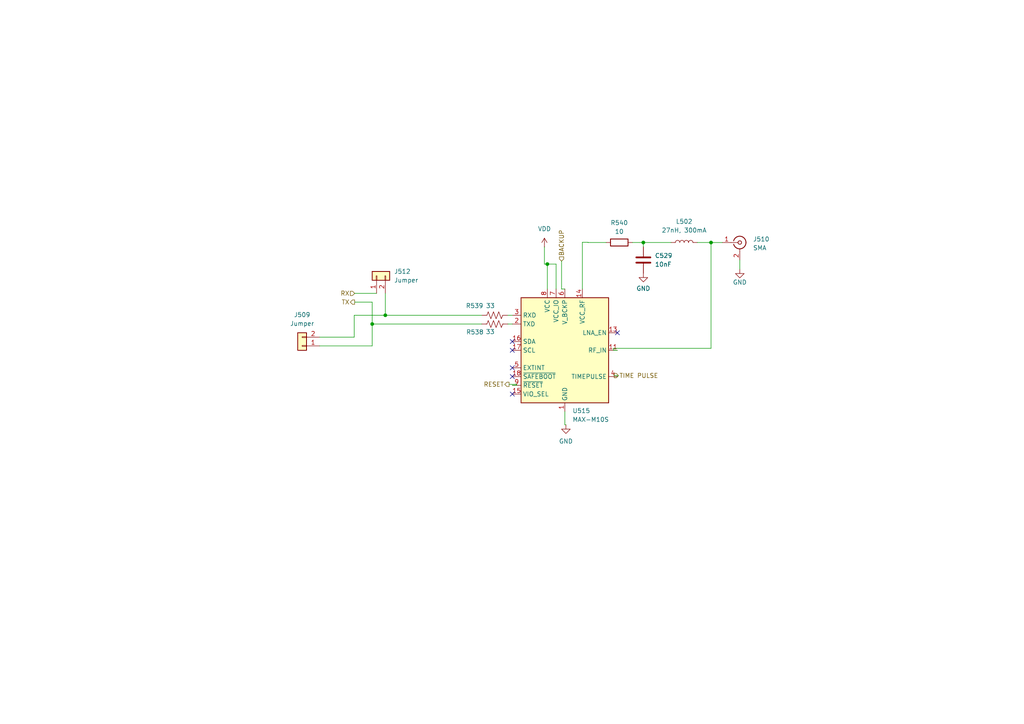
<source format=kicad_sch>
(kicad_sch (version 20231120) (generator "eeschema") (generator_version "8.0")
  (paper "A4")
  (lib_symbols
    (symbol "Connector:Conn_Coaxial" (pin_names (offset 1.016) hide)
      (property "Reference" "J" (at 0.254 3.048 0))
      (property "Value" "Conn_Coaxial" (at 2.921 0 90))
      (symbol "Conn_Coaxial_0_1"
        (arc (start -1.778 -0.508) (mid 0.2311 -1.8066) (end 1.778 0) (stroke (width 0.254)))
        (polyline (pts (xy -2.54 0) (xy -0.508 0)))
        (polyline (pts (xy 0 -2.54) (xy 0 -1.778)))
        (circle (center 0 0) (radius 0.508) (stroke (width 0.2032)))
        (arc (start 1.778 0) (mid 0.2099 1.8101) (end -1.778 0.508) (stroke (width 0.254)))
      )
      (symbol "Conn_Coaxial_1_1"
        (pin passive line (at -5.08 0 0) (length 2.54) (name "In") (number "1"))
        (pin passive line (at 0 -5.08 90) (length 2.54) (name "Ext") (number "2"))
      )
    )
    (symbol "Connector_Generic:Conn_01x02" (pin_names (offset 1.016) hide)
      (property "Reference" "J" (at 0 2.54 0))
      (property "Value" "Conn_01x02" (at 0 -5.08 0))
      (symbol "Conn_01x02_1_1"
        (rectangle (start -1.27 -2.413) (end 0 -2.667) (stroke (width 0.1524)))
        (rectangle (start -1.27 0.127) (end 0 -0.127) (stroke (width 0.1524)))
        (rectangle (start -1.27 1.27) (end 1.27 -3.81) (stroke (width 0.254)) (fill (type background)))
        (pin passive line (at -5.08 0 0) (length 3.81) (name "Pin_1") (number "1"))
        (pin passive line (at -5.08 -2.54 0) (length 3.81) (name "Pin_2") (number "2"))
      )
    )
    (symbol "Device:C" (pin_numbers hide) (pin_names (offset 0.254))
      (property "Reference" "C" (at 0.635 2.54 0))
      (property "Value" "C" (at 0.635 -2.54 0))
      (symbol "C_0_1"
        (polyline (pts (xy -2.032 -0.762) (xy 2.032 -0.762)) (stroke (width 0.508)))
        (polyline (pts (xy -2.032 0.762) (xy 2.032 0.762)) (stroke (width 0.508)))
      )
      (symbol "C_1_1"
        (pin passive line (at 0 3.81 270) (length 2.794) (name "~") (number "1"))
        (pin passive line (at 0 -3.81 90) (length 2.794) (name "~") (number "2"))
      )
    )
    (symbol "Device:L" (pin_numbers hide) (pin_names (offset 1.016) hide)
      (property "Reference" "L" (at -1.27 0 90))
      (property "Value" "L" (at 1.905 0 90))
      (symbol "L_0_1"
        (arc (start 0 -2.54) (mid 0.6323 -1.905) (end 0 -1.27))
        (arc (start 0 -1.27) (mid 0.6323 -0.635) (end 0 0))
        (arc (start 0 0) (mid 0.6323 0.635) (end 0 1.27))
        (arc (start 0 1.27) (mid 0.6323 1.905) (end 0 2.54))
      )
      (symbol "L_1_1"
        (pin passive line (at 0 3.81 270) (length 1.27) (name "1") (number "1"))
        (pin passive line (at 0 -3.81 90) (length 1.27) (name "2") (number "2"))
      )
    )
    (symbol "Device:R" (pin_numbers hide) (pin_names (offset 0))
      (property "Reference" "R" (at 2.032 0 90))
      (property "Value" "R" (at 0 0 90))
      (symbol "R_0_1"
        (rectangle (start -1.016 -2.54) (end 1.016 2.54) (stroke (width 0.254)))
      )
      (symbol "R_1_1"
        (pin passive line (at 0 3.81 270) (length 1.27) (name "~") (number "1"))
        (pin passive line (at 0 -3.81 90) (length 1.27) (name "~") (number "2"))
      )
    )
    (symbol "Device:R_US" (pin_numbers hide) (pin_names (offset 0))
      (property "Reference" "R" (at 2.54 0 90))
      (property "Value" "R_US" (at -2.54 0 90))
      (symbol "R_US_0_1"
        (polyline (pts (xy 0 -2.286) (xy 0 -2.54)))
        (polyline (pts (xy 0 2.286) (xy 0 2.54)))
        (polyline (pts (xy 0 -0.762) (xy 1.016 -1.143) (xy 0 -1.524) (xy -1.016 -1.905) (xy 0 -2.286)))
        (polyline (pts (xy 0 0.762) (xy 1.016 0.381) (xy 0 0) (xy -1.016 -0.381) (xy 0 -0.762)))
        (polyline (pts (xy 0 2.286) (xy 1.016 1.905) (xy 0 1.524) (xy -1.016 1.143) (xy 0 0.762)))
      )
      (symbol "R_US_1_1"
        (pin passive line (at 0 3.81 270) (length 1.27) (name "~") (number "1"))
        (pin passive line (at 0 -3.81 90) (length 1.27) (name "~") (number "2"))
      )
    )
    (symbol "GND_1" (power) (pin_numbers hide) (pin_names (offset 0) hide)
      (property "Value" "GND" (at 0 -3.81 0))
      (symbol "GND_1_0_1"
        (polyline (pts (xy 0 0) (xy 0 -1.27) (xy 1.27 -1.27) (xy 0 -2.54) (xy -1.27 -1.27) (xy 0 -1.27)))
      )
      (symbol "GND_1_1_1"
        (pin power_in line (at 0 0 270) (length 0) (name "~") (number "1"))
      )
    )
    (symbol "RF_GPS:MAX-M10S"
      (property "Reference" "U" (at -10.16 16.51 0))
      (property "Value" "MAX-M10S" (at 11.43 16.51 0))
      (symbol "MAX-M10S_0_1"
        (rectangle (start 12.7 15.24) (end -12.7 -15.24) (stroke (width 0.254)) (fill (type background)))
      )
      (symbol "MAX-M10S_1_1"
        (pin power_in line (at 0 -17.78 90) (length 2.54) (name "GND") (number "1"))
        (pin passive line (at 0 -17.78 90) (length 2.54) hide (name "GND") (number "10"))
        (pin input line (at 15.24 0 180) (length 2.54) (name "RF_IN") (number "11"))
        (pin passive line (at 0 -17.78 90) (length 2.54) hide (name "GND") (number "12"))
        (pin output line (at 15.24 5.08 180) (length 2.54) (name "LNA_EN") (number "13"))
        (pin power_out line (at 5.08 17.78 270) (length 2.54) (name "VCC_RF") (number "14"))
        (pin input line (at -15.24 -12.7 0) (length 2.54) (name "VIO_SEL") (number "15"))
        (pin bidirectional line (at -15.24 2.54 0) (length 2.54) (name "SDA") (number "16"))
        (pin input line (at -15.24 0 0) (length 2.54) (name "SCL") (number "17"))
        (pin input line (at -15.24 -7.62 0) (length 2.54) (name "~{SAFEBOOT}") (number "18"))
        (pin output line (at -15.24 7.62 0) (length 2.54) (name "TXD") (number "2"))
        (pin input line (at -15.24 10.16 0) (length 2.54) (name "RXD") (number "3"))
        (pin output line (at 15.24 -7.62 180) (length 2.54) (name "TIMEPULSE") (number "4"))
        (pin input line (at -15.24 -5.08 0) (length 2.54) (name "EXTINT") (number "5"))
        (pin power_in line (at 0 17.78 270) (length 2.54) (name "V_BCKP") (number "6"))
        (pin power_in line (at -2.54 17.78 270) (length 2.54) (name "VCC_IO") (number "7"))
        (pin power_in line (at -5.08 17.78 270) (length 2.54) (name "VCC") (number "8"))
        (pin input line (at -15.24 -10.16 0) (length 2.54) (name "~{RESET}") (number "9"))
      )
    )
    (symbol "power:GND" (power) (pin_names (offset 0))
      (property "Value" "GND" (at 0 -3.81 0))
      (symbol "GND_0_1"
        (polyline (pts (xy 0 0) (xy 0 -1.27) (xy 1.27 -1.27) (xy 0 -2.54) (xy -1.27 -1.27) (xy 0 -1.27)))
      )
      (symbol "GND_1_1"
        (pin power_in line (at 0 0 270) (length 0) hide (name "GND") (number "1"))
      )
    )
    (symbol "power:VDD" (power) (pin_numbers hide) (pin_names (offset 0) hide)
      (property "Value" "VDD" (at 0 3.556 0))
      (symbol "VDD_0_1"
        (polyline (pts (xy -0.762 1.27) (xy 0 2.54)))
        (polyline (pts (xy 0 0) (xy 0 2.54)))
        (polyline (pts (xy 0 2.54) (xy 0.762 1.27)))
      )
      (symbol "VDD_1_1"
        (pin power_in line (at 0 0 90) (length 0) (name "~") (number "1"))
      )
    )
  )
  (junction (at 107.95 93.98))
  (junction (at 206.2269 70.3445))
  (junction (at 186.5995 70.338))
  (junction (at 158.75 76.5958))
  (junction (at 111.76 91.44))
  (no_connect (at 148.59 101.6))
  (no_connect (at 148.59 99.06))
  (no_connect (at 179.07 96.52))
  (no_connect (at 148.59 106.68))
  (no_connect (at 148.59 109.22))
  (no_connect (at 148.59 114.3))
  (wire (pts (xy 161.29 76.5958) (xy 161.29 83.82)))
  (wire (pts (xy 206.0481 70.338) (xy 206.0481 70.3445)))
  (wire (pts (xy 102.87 85.09) (xy 109.22 85.09)))
  (wire (pts (xy 158.75 76.5958) (xy 158.75 83.82)))
  (wire (pts (xy 206.2269 70.3445) (xy 209.4938 70.3445)))
  (wire (pts (xy 92.71 97.79) (xy 102.7367 97.79)))
  (wire (pts (xy 168.91 83.82) (xy 168.91 70.2691)))
  (wire (pts (xy 179.07 109.22) (xy 179.07 108.9409)))
  (wire (pts (xy 139.7 93.98) (xy 107.95 93.98)))
  (wire (pts (xy 157.9075 76.5958) (xy 158.75 76.5958)))
  (wire (pts (xy 102.7367 97.79) (xy 102.7367 91.44)))
  (wire (pts (xy 111.76 91.44) (xy 139.7 91.44)))
  (wire (pts (xy 148.59 111.76) (xy 149.86 111.76)))
  (wire (pts (xy 157.9075 71.6203) (xy 157.9075 76.5958)))
  (wire (pts (xy 206.0481 70.3445) (xy 206.2269 70.3445)))
  (wire (pts (xy 202.2464 70.338) (xy 206.0481 70.338)))
  (wire (pts (xy 107.95 87.63) (xy 107.95 93.98)))
  (wire (pts (xy 149.86 111.4809) (xy 147.6582 111.4809)))
  (wire (pts (xy 183.4245 70.338) (xy 186.5995 70.338)))
  (wire (pts (xy 163.83 119.38) (xy 163.83 123.19)))
  (wire (pts (xy 186.5995 70.338) (xy 186.5995 71.608)))
  (wire (pts (xy 168.91 70.2691) (xy 170.5431 70.2691)))
  (wire (pts (xy 147.32 93.98) (xy 148.59 93.98)))
  (wire (pts (xy 175.8045 70.338) (xy 170.5431 70.338)))
  (wire (pts (xy 177.934 101.034) (xy 206.2269 101.034)))
  (wire (pts (xy 111.76 85.09) (xy 111.76 91.44)))
  (wire (pts (xy 102.7367 91.44) (xy 111.76 91.44)))
  (wire (pts (xy 149.86 111.76) (xy 149.86 111.4809)))
  (wire (pts (xy 147.32 91.44) (xy 148.59 91.44)))
  (wire (pts (xy 102.87 87.63) (xy 107.95 87.63)))
  (wire (pts (xy 177.934 101.034) (xy 177.934 101.6)))
  (wire (pts (xy 206.2269 70.3445) (xy 206.2269 101.034)))
  (wire (pts (xy 92.71 100.33) (xy 107.95 100.33)))
  (wire (pts (xy 194.6264 70.338) (xy 186.5995 70.338)))
  (wire (pts (xy 177.934 101.6) (xy 179.07 101.6)))
  (wire (pts (xy 214.5738 75.4245) (xy 214.5738 78.068)))
  (wire (pts (xy 107.95 93.98) (xy 107.95 100.33)))
  (wire (pts (xy 162.877 75.7497) (xy 162.877 83.82)))
  (wire (pts (xy 179.07 108.9409) (xy 178.1382 108.9409)))
  (wire (pts (xy 158.75 76.5958) (xy 161.29 76.5958)))
  (wire (pts (xy 163.83 123.19) (xy 164.1346 123.19)))
  (wire (pts (xy 162.877 83.82) (xy 163.83 83.82)))
  (wire (pts (xy 170.5431 70.2691) (xy 170.5431 70.338)))
  (hierarchical_label "RX" (shape input) (at 102.87 85.09 180))
  (hierarchical_label "TX" (shape output) (at 102.87 87.63 180))
  (hierarchical_label "BACKUP" (shape input) (at 162.877 75.7497 90))
  (hierarchical_label "RESET" (shape output) (at 147.6582 111.4809 180))
  (hierarchical_label "TIME PULSE" (shape output) (at 178.1382 108.9409 0))
  (symbol (lib_id "Connector_Generic:Conn_01x02") (at 109.22 80.01 90) (unit 1)
    (property "Reference" "J512" (at 114.3 78.7399 90) (effects (justify right)))
    (property "Value" "Jumper" (at 114.3 81.2799 90) (effects (justify right)))
    (property "Footprint" "Connector_PinHeader_1.27mm:PinHeader_1x02_P1.27mm_Vertical" (effects (hide yes)))
    (property "Description" "Generic connector, single row, 01x02, script generated (kicad-library-utils/schlib/autogen/connector/)" (effects (hide yes)))
    (instances (project "MissionBus" (path "" (reference "J512") (unit 1))) (project "MissionBus" (path "" (reference "J2602") (unit 1))))
  )
  (symbol (lib_id "power:GND") (at 186.5995 79.228 0) (unit 1)
    (property "Reference" "#PWR0586" (effects (hide yes)))
    (property "Value" "GND" (at 186.5995 83.673 0))
    (instances (project "MissionBus" (path "" (reference "#PWR0586") (unit 1))) (project "MissionBus" (path "" (reference "#PWR02603") (unit 1))))
  )
  (symbol (lib_id "Connector:Conn_Coaxial") (at 214.5738 70.3445 0) (unit 1)
    (property "Reference" "J510" (at 218.3838 69.3677 0) (effects (justify left)))
    (property "Value" "SMA" (at 218.3838 71.9077 0) (effects (justify left)))
    (property "Footprint" "Connector_Coaxial:SMA_Amphenol_132203-12_Horizontal" (effects (hide yes)))
    (property "LCSC" "C2693813" (effects (hide yes)))
    (instances (project "MissionBus" (path "" (reference "J510") (unit 1))) (project "MissionBus" (path "" (reference "J2603") (unit 1))))
  )
  (symbol (lib_id "power:VDD") (at 157.9075 71.6203 0) (unit 1)
    (property "Reference" "#PWR0584" (effects (hide yes)))
    (property "Value" "VDD" (at 157.9075 66.3774 0))
    (property "Description" "Power symbol creates a global label with name \"VDD\"" (effects (hide yes)))
    (instances (project "MissionBus" (path "" (reference "#PWR0584") (unit 1))) (project "MissionBus" (path "" (reference "#PWR02601") (unit 1))))
  )
  (symbol (lib_id "power:GND") (at 214.5738 78.068 0) (unit 1)
    (property "Reference" "#PWR0587" (effects (hide yes)))
    (property "Value" "GND" (at 214.5738 81.878 0))
    (instances (project "MissionBus" (path "" (reference "#PWR0587") (unit 1))) (project "MissionBus" (path "" (reference "#PWR02604") (unit 1))))
  )
  (symbol (lib_id "RF_GPS:MAX-M10S") (at 163.83 101.6 0) (unit 1)
    (property "Reference" "U515" (at 166.0241 119.1447 0) (effects (justify left)))
    (property "Value" "MAX-M10S" (at 166.0241 121.6847 0) (effects (justify left)))
    (property "Footprint" "RF_GPS:ublox_MAX" (effects (hide yes)))
    (property "Datasheet" "https://content.u-blox.com/sites/default/files/MAX-M10S_DataSheet_UBX-20035208.pdf" (effects (hide yes)))
    (property "Description" "GNSS Module MAX M10, VCC 1.65V to 3.6V" (effects (hide yes)))
    (instances (project "MissionBus" (path "" (reference "U515") (unit 1))) (project "MissionBus" (path "" (reference "U2601") (unit 1))))
  )
  (symbol (lib_id "Device:R_US") (at 143.51 91.44 270) (unit 1)
    (property "Reference" "R539" (at 137.649 88.6921 90))
    (property "Value" "33" (at 142.2273 88.6921 90))
    (property "Footprint" "Resistor_SMD:R_0402_1005Metric" (effects (hide yes)))
    (property "Description" "Resistor, US symbol" (effects (hide yes)))
    (property "LCSC" "C25105" (effects (hide yes)))
    (instances (project "MissionBus" (path "" (reference "R539") (unit 1))) (project "MissionBus" (path "" (reference "R2601") (unit 1))))
  )
  (symbol (lib_name "GND_1") (lib_id "power:GND") (at 164.1346 123.19 0) (unit 1)
    (property "Reference" "#PWR0585" (effects (hide yes)))
    (property "Value" "GND" (at 164.1346 127.9833 0))
    (property "Description" "Power symbol creates a global label with name \"GND\" , ground" (effects (hide yes)))
    (instances (project "MissionBus" (path "" (reference "#PWR0585") (unit 1))) (project "MissionBus" (path "" (reference "#PWR02602") (unit 1))))
  )
  (symbol (lib_id "Device:R") (at 179.6145 70.338 90) (unit 1)
    (property "Reference" "R540" (at 179.6145 64.623 90))
    (property "Value" "10" (at 179.6145 67.163 90))
    (property "Footprint" "Resistor_SMD:R_0402_1005Metric" (effects (hide yes)))
    (property "LCSC" "C25077" (effects (hide yes)))
    (instances (project "MissionBus" (path "" (reference "R540") (unit 1))) (project "MissionBus" (path "" (reference "R2603") (unit 1))))
  )
  (symbol (lib_id "Device:C") (at 186.5995 75.418 0) (unit 1)
    (property "Reference" "C529" (at 189.9326 74.1479 0) (effects (justify left)))
    (property "Value" "10nF" (at 189.9326 76.6879 0) (effects (justify left)))
    (property "Footprint" "Capacitor_SMD:C_0402_1005Metric" (effects (hide yes)))
    (property "LCSC" "C318577" (effects (hide yes)))
    (instances (project "MissionBus" (path "" (reference "C529") (unit 1))) (project "MissionBus" (path "" (reference "C2601") (unit 1))))
  )
  (symbol (lib_id "Device:R_US") (at 143.51 93.98 270) (unit 1)
    (property "Reference" "R538" (at 137.7444 96.3226 90))
    (property "Value" "33" (at 142.1796 96.2272 90))
    (property "Footprint" "Resistor_SMD:R_0402_1005Metric" (effects (hide yes)))
    (property "Description" "Resistor, US symbol" (effects (hide yes)))
    (property "LCSC" "C25105" (effects (hide yes)))
    (instances (project "MissionBus" (path "" (reference "R538") (unit 1))) (project "MissionBus" (path "" (reference "R2602") (unit 1))))
  )
  (symbol (lib_id "Connector_Generic:Conn_01x02") (at 87.63 100.33 180) (unit 1)
    (property "Reference" "J509" (at 87.63 91.3071 0))
    (property "Value" "Jumper" (at 87.63 93.8471 0))
    (property "Footprint" "Connector_PinHeader_1.27mm:PinHeader_1x02_P1.27mm_Vertical" (effects (hide yes)))
    (property "Description" "Generic connector, single row, 01x02, script generated (kicad-library-utils/schlib/autogen/connector/)" (effects (hide yes)))
    (instances (project "MissionBus" (path "" (reference "J509") (unit 1))) (project "MissionBus" (path "" (reference "J2601") (unit 1))))
  )
  (symbol (lib_id "Device:L") (at 198.4364 70.338 90) (unit 1)
    (property "Reference" "L502" (at 198.4364 64.2491 90))
    (property "Value" "27nH, 300mA" (at 198.4364 66.7891 90))
    (property "Footprint" "Inductor_SMD:L_0402_1005Metric" (effects (hide yes)))
    (property "LCSC" "C18830" (effects (hide yes)))
    (instances (project "MissionBus" (path "" (reference "L502") (unit 1))) (project "MissionBus" (path "" (reference "L2601") (unit 1))))
  )
)
</source>
